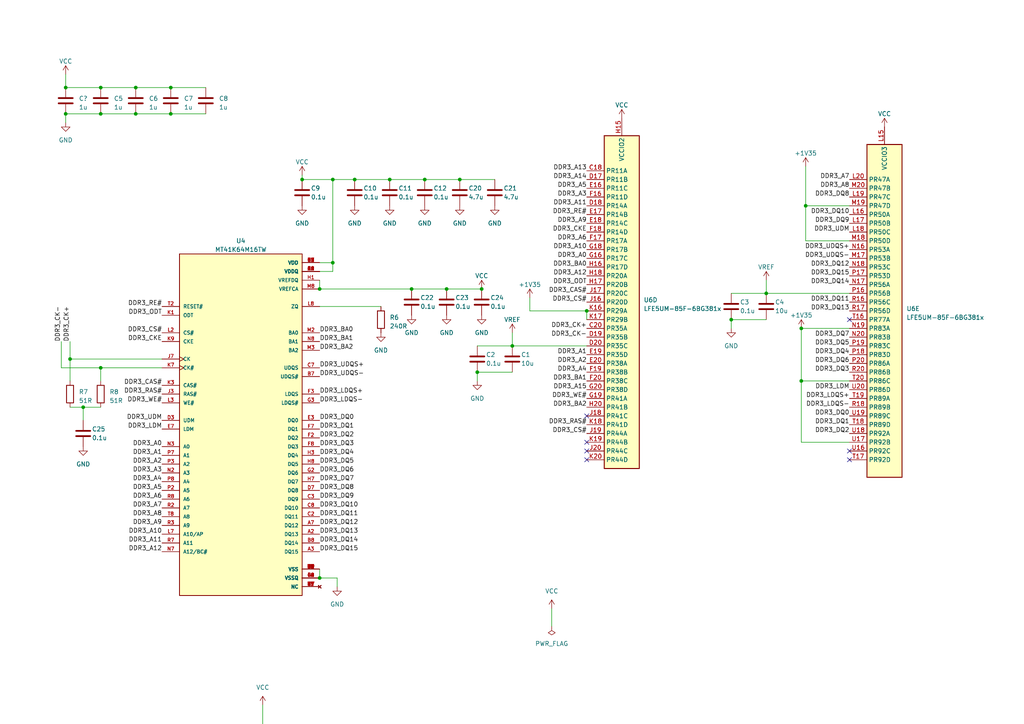
<source format=kicad_sch>
(kicad_sch (version 20221004) (generator eeschema)
  (paper "A4")
  (lib_symbols
    (symbol "Device:C" (pin_numbers hide) (pin_names (offset 0.254))
      (property "Reference" "C" (at 0.635 2.54 0))
      (property "Value" "C" (at 0.635 -2.54 0))
      (symbol "C_1_1"
        (pin passive line (at 0 3.81 270) (length 2.794) (name "~") (number "1"))
        (pin passive line (at 0 -3.81 90) (length 2.794) (name "~") (number "2"))
      )
    )
    (symbol "Device:R" (pin_numbers hide) (pin_names (offset 0))
      (property "Reference" "R" (at 2.032 0 90))
      (property "Value" "R" (at 0 0 90))
      (symbol "R_1_1"
        (pin passive line (at 0 3.81 270) (length 1.27) (name "~") (number "1"))
        (pin passive line (at 0 -3.81 90) (length 1.27) (name "~") (number "2"))
      )
    )
    (symbol "FPGA_Lattice:LFE5UM-85F-6BG381x"
      (property "Reference" "U" (at 24.13 16.51 0))
      (property "Value" "LFE5UM-85F-6BG381x" (at 24.13 13.97 0))
      (symbol "LFE5UM-85F-6BG381x_1_1"
        (pin passive line (at 0 -15.24 90) (length 5.08) hide (name "GND") (number "B14"))
        (pin passive line (at 0 -15.24 90) (length 5.08) hide (name "GND") (number "B7"))
        (pin power_in line (at 0 -15.24 90) (length 5.08) (name "GND") (number "C19"))
        (pin passive line (at 0 -15.24 90) (length 5.08) hide (name "GND") (number "D4"))
        (pin passive line (at 0 -15.24 90) (length 5.08) hide (name "GND") (number "F13"))
        (pin passive line (at 0 -15.24 90) (length 5.08) hide (name "GND") (number "F14"))
        (pin passive line (at 12.7 15.24 270) (length 5.08) hide (name "VCCAUX") (number "F15"))
        (pin passive line (at 12.7 15.24 270) (length 5.08) hide (name "VCCAUX") (number "F6"))
        (pin passive line (at 0 -15.24 90) (length 5.08) hide (name "GND") (number "F7"))
        (pin passive line (at 0 -15.24 90) (length 5.08) hide (name "GND") (number "F8"))
        (pin passive line (at 0 -15.24 90) (length 5.08) hide (name "GND") (number "G10"))
        (pin passive line (at 0 -15.24 90) (length 5.08) hide (name "GND") (number "G11"))
        (pin passive line (at 0 -15.24 90) (length 5.08) hide (name "GND") (number "G12"))
        (pin passive line (at 0 -15.24 90) (length 5.08) hide (name "GND") (number "G13"))
        (pin passive line (at 0 -15.24 90) (length 5.08) hide (name "GND") (number "G14"))
        (pin passive line (at 0 -15.24 90) (length 5.08) hide (name "GND") (number "G15"))
        (pin passive line (at 0 -15.24 90) (length 5.08) hide (name "GND") (number "G17"))
        (pin passive line (at 0 -15.24 90) (length 5.08) hide (name "GND") (number "G4"))
        (pin passive line (at 0 -15.24 90) (length 5.08) hide (name "GND") (number "G6"))
        (pin passive line (at 0 -15.24 90) (length 5.08) hide (name "GND") (number "G7"))
        (pin passive line (at 0 -15.24 90) (length 5.08) hide (name "GND") (number "G8"))
        (pin passive line (at 0 -15.24 90) (length 5.08) hide (name "GND") (number "G9"))
        (pin passive line (at 0 15.24 270) (length 5.08) hide (name "VCC") (number "H10"))
        (pin passive line (at 0 15.24 270) (length 5.08) hide (name "VCC") (number "H11"))
        (pin passive line (at 0 15.24 270) (length 5.08) hide (name "VCC") (number "H12"))
        (pin power_in line (at 0 15.24 270) (length 5.08) (name "VCC") (number "H13"))
        (pin passive line (at 0 -15.24 90) (length 5.08) hide (name "GND") (number "H19"))
        (pin passive line (at 0 15.24 270) (length 5.08) hide (name "VCC") (number "H8"))
        (pin passive line (at 0 15.24 270) (length 5.08) hide (name "VCC") (number "H9"))
        (pin passive line (at 0 -15.24 90) (length 5.08) hide (name "GND") (number "J10"))
        (pin passive line (at 0 -15.24 90) (length 5.08) hide (name "GND") (number "J11"))
        (pin passive line (at 0 -15.24 90) (length 5.08) hide (name "GND") (number "J12"))
        (pin passive line (at 0 15.24 270) (length 5.08) hide (name "VCC") (number "J13"))
        (pin passive line (at 0 -15.24 90) (length 5.08) hide (name "GND") (number "J14"))
        (pin passive line (at 0 -15.24 90) (length 5.08) hide (name "GND") (number "J2"))
        (pin passive line (at 0 -15.24 90) (length 5.08) hide (name "GND") (number "J7"))
        (pin passive line (at 0 15.24 270) (length 5.08) hide (name "VCC") (number "J8"))
        (pin passive line (at 0 -15.24 90) (length 5.08) hide (name "GND") (number "J9"))
        (pin passive line (at 0 -15.24 90) (length 5.08) hide (name "GND") (number "K10"))
        (pin passive line (at 0 -15.24 90) (length 5.08) hide (name "GND") (number "K11"))
        (pin passive line (at 0 -15.24 90) (length 5.08) hide (name "GND") (number "K12"))
        (pin passive line (at 0 15.24 270) (length 5.08) hide (name "VCC") (number "K13"))
        (pin passive line (at 0 -15.24 90) (length 5.08) hide (name "GND") (number "K14"))
        (pin passive line (at 0 -15.24 90) (length 5.08) hide (name "GND") (number "K15"))
        (pin passive line (at 0 -15.24 90) (length 5.08) hide (name "GND") (number "K6"))
        (pin passive line (at 0 -15.24 90) (length 5.08) hide (name "GND") (number "K7"))
        (pin passive line (at 0 15.24 270) (length 5.08) hide (name "VCC") (number "K8"))
        (pin passive line (at 0 -15.24 90) (length 5.08) hide (name "GND") (number "K9"))
        (pin passive line (at 0 -15.24 90) (length 5.08) hide (name "GND") (number "L10"))
        (pin passive line (at 0 -15.24 90) (length 5.08) hide (name "GND") (number "L11"))
        (pin passive line (at 0 -15.24 90) (length 5.08) hide (name "GND") (number "L12"))
        (pin passive line (at 0 15.24 270) (length 5.08) hide (name "VCC") (number "L13"))
        (pin passive line (at 0 15.24 270) (length 5.08) hide (name "VCC") (number "L8"))
        (pin passive line (at 0 -15.24 90) (length 5.08) hide (name "GND") (number "L9"))
        (pin passive line (at 0 -15.24 90) (length 5.08) hide (name "GND") (number "M10"))
        (pin passive line (at 0 -15.24 90) (length 5.08) hide (name "GND") (number "M11"))
        (pin passive line (at 0 -15.24 90) (length 5.08) hide (name "GND") (number "M12"))
        (pin passive line (at 0 15.24 270) (length 5.08) hide (name "VCC") (number "M13"))
        (pin passive line (at 0 -15.24 90) (length 5.08) hide (name "GND") (number "M14"))
        (pin passive line (at 0 -15.24 90) (length 5.08) hide (name "GND") (number "M16"))
        (pin passive line (at 0 -15.24 90) (length 5.08) hide (name "GND") (number "M2"))
        (pin passive line (at 0 -15.24 90) (length 5.08) hide (name "GND") (number "M7"))
        (pin passive line (at 0 15.24 270) (length 5.08) hide (name "VCC") (number "M8"))
        (pin passive line (at 0 -15.24 90) (length 5.08) hide (name "GND") (number "M9"))
        (pin passive line (at 0 15.24 270) (length 5.08) hide (name "VCC") (number "N10"))
        (pin passive line (at 0 15.24 270) (length 5.08) hide (name "VCC") (number "N11"))
        (pin passive line (at 0 15.24 270) (length 5.08) hide (name "VCC") (number "N12"))
        (pin passive line (at 0 15.24 270) (length 5.08) hide (name "VCC") (number "N13"))
        (pin passive line (at 0 -15.24 90) (length 5.08) hide (name "GND") (number "N14"))
        (pin passive line (at 0 -15.24 90) (length 5.08) hide (name "GND") (number "N15"))
        (pin passive line (at 0 -15.24 90) (length 5.08) hide (name "GND") (number "N6"))
        (pin passive line (at 0 -15.24 90) (length 5.08) hide (name "GND") (number "N7"))
        (pin passive line (at 0 15.24 270) (length 5.08) hide (name "VCC") (number "N8"))
        (pin passive line (at 0 15.24 270) (length 5.08) hide (name "VCC") (number "N9"))
        (pin passive line (at 0 -15.24 90) (length 5.08) hide (name "GND") (number "P11"))
        (pin passive line (at 0 -15.24 90) (length 5.08) hide (name "GND") (number "P12"))
        (pin passive line (at 0 -15.24 90) (length 5.08) hide (name "GND") (number "P13"))
        (pin passive line (at 0 -15.24 90) (length 5.08) hide (name "GND") (number "P14"))
        (pin power_in line (at 12.7 15.24 270) (length 5.08) (name "VCCAUX") (number "P15"))
        (pin passive line (at 12.7 15.24 270) (length 5.08) hide (name "VCCAUX") (number "P6"))
        (pin passive line (at 0 -15.24 90) (length 5.08) hide (name "GND") (number "P7"))
        (pin passive line (at 0 -15.24 90) (length 5.08) hide (name "GND") (number "P8"))
        (pin passive line (at 0 -15.24 90) (length 5.08) hide (name "GND") (number "R19"))
        (pin power_in line (at -15.24 15.24 270) (length 5.08) (name "VCCHTX1_D0CH1") (number "T10"))
        (pin power_in line (at -12.7 15.24 270) (length 5.08) (name "VCCHTX0_D1CH0") (number "T11"))
        (pin power_in line (at -10.16 15.24 270) (length 5.08) (name "VCCHRX0_D1CH0") (number "T12"))
        (pin power_in line (at -7.62 15.24 270) (length 5.08) (name "VCCHRX1_D1CH1") (number "T13"))
        (pin power_in line (at -5.08 15.24 270) (length 5.08) (name "VCCHTX1_D1CH1") (number "T14"))
        (pin power_in line (at 20.32 15.24 270) (length 5.08) (name "VCCA1") (number "T15"))
        (pin power_in line (at 17.78 15.24 270) (length 5.08) (name "VCCA0") (number "T6"))
        (pin power_in line (at -22.86 15.24 270) (length 5.08) (name "VCCHTX0_D0CH0") (number "T7"))
        (pin power_in line (at -20.32 15.24 270) (length 5.08) (name "VCCHRX0_D0CH0") (number "T8"))
        (pin power_in line (at -17.78 15.24 270) (length 5.08) (name "VCCHRX1_D0CH1") (number "T9"))
        (pin passive line (at 0 -15.24 90) (length 5.08) hide (name "GND") (number "U10"))
        (pin passive line (at 0 -15.24 90) (length 5.08) hide (name "GND") (number "U11"))
        (pin passive line (at 0 -15.24 90) (length 5.08) hide (name "GND") (number "U12"))
        (pin passive line (at 0 -15.24 90) (length 5.08) hide (name "GND") (number "U13"))
        (pin passive line (at 0 -15.24 90) (length 5.08) hide (name "GND") (number "U14"))
        (pin passive line (at 20.32 15.24 270) (length 5.08) hide (name "VCCA1") (number "U15"))
        (pin passive line (at 17.78 15.24 270) (length 5.08) hide (name "VCCA0") (number "U6"))
        (pin passive line (at 0 -15.24 90) (length 5.08) hide (name "GND") (number "U7"))
        (pin passive line (at 0 -15.24 90) (length 5.08) hide (name "GND") (number "U8"))
        (pin passive line (at 0 -15.24 90) (length 5.08) hide (name "GND") (number "U9"))
        (pin passive line (at 5.08 15.24 270) (length 5.08) hide (name "VCCAUXA0") (number "V10"))
        (pin power_in line (at 5.08 15.24 270) (length 5.08) (name "VCCAUXA0") (number "V11"))
        (pin passive line (at 0 -15.24 90) (length 5.08) hide (name "GND") (number "V12"))
        (pin passive line (at 0 -15.24 90) (length 5.08) hide (name "GND") (number "V13"))
        (pin passive line (at 0 -15.24 90) (length 5.08) hide (name "GND") (number "V14"))
        (pin passive line (at 0 -15.24 90) (length 5.08) hide (name "GND") (number "V15"))
        (pin passive line (at 0 -15.24 90) (length 5.08) hide (name "GND") (number "V16"))
        (pin passive line (at 7.62 15.24 270) (length 5.08) hide (name "VCCAUXA1") (number "V17"))
        (pin power_in line (at 7.62 15.24 270) (length 5.08) (name "VCCAUXA1") (number "V18"))
        (pin passive line (at 0 -15.24 90) (length 5.08) hide (name "GND") (number "V19"))
        (pin passive line (at 0 -15.24 90) (length 5.08) hide (name "GND") (number "V20"))
        (pin passive line (at 0 -15.24 90) (length 5.08) hide (name "GND") (number "V5"))
        (pin passive line (at 0 -15.24 90) (length 5.08) hide (name "GND") (number "V6"))
        (pin passive line (at 0 -15.24 90) (length 5.08) hide (name "GND") (number "V7"))
        (pin passive line (at 0 -15.24 90) (length 5.08) hide (name "GND") (number "V8"))
        (pin passive line (at 0 -15.24 90) (length 5.08) hide (name "GND") (number "V9"))
        (pin passive line (at 0 -15.24 90) (length 5.08) hide (name "GND") (number "W12"))
        (pin passive line (at 0 -15.24 90) (length 5.08) hide (name "GND") (number "W15"))
        (pin passive line (at 0 -15.24 90) (length 5.08) hide (name "GND") (number "W16"))
        (pin passive line (at 0 -15.24 90) (length 5.08) hide (name "GND") (number "W19"))
        (pin passive line (at 0 -15.24 90) (length 5.08) hide (name "GND") (number "W6"))
        (pin passive line (at 0 -15.24 90) (length 5.08) hide (name "GND") (number "W7"))
      )
      (symbol "LFE5UM-85F-6BG381x_2_1"
        (pin bidirectional line (at -10.16 -27.94 0) (length 5.08) (name "PT63A") (number "A10"))
        (pin bidirectional line (at -10.16 -30.48 0) (length 5.08) (name "PT63B") (number "A11"))
        (pin bidirectional line (at -10.16 30.48 0) (length 5.08) (name "PT4A") (number "A6"))
        (pin bidirectional line (at -10.16 0 0) (length 5.08) (name "PT18A") (number "A7"))
        (pin bidirectional line (at -10.16 -2.54 0) (length 5.08) (name "PT18B") (number "A8"))
        (pin bidirectional line (at -10.16 -22.86 0) (length 5.08) (name "PT60A") (number "A9"))
        (pin bidirectional line (at -10.16 -25.4 0) (length 5.08) (name "PT60B") (number "B10"))
        (pin bidirectional line (at -10.16 -33.02 0) (length 5.08) (name "PT65A") (number "B11"))
        (pin bidirectional line (at -10.16 27.94 0) (length 5.08) (name "PT4B") (number "B6"))
        (pin bidirectional line (at -10.16 2.54 0) (length 5.08) (name "PT15B") (number "B8"))
        (pin bidirectional line (at -10.16 -17.78 0) (length 5.08) (name "PT58A") (number "B9"))
        (pin bidirectional line (at -10.16 -20.32 0) (length 5.08) (name "PT58B") (number "C10"))
        (pin bidirectional line (at -10.16 -35.56 0) (length 5.08) (name "PT65B") (number "C11"))
        (pin bidirectional line (at -10.16 15.24 0) (length 5.08) (name "PT11A") (number "C6"))
        (pin bidirectional line (at -10.16 12.7 0) (length 5.08) (name "PT11B") (number "C7"))
        (pin bidirectional line (at -10.16 5.08 0) (length 5.08) (name "PT15A") (number "C8"))
        (pin bidirectional line (at -10.16 -10.16 0) (length 5.08) (name "PT54A") (number "C9"))
        (pin bidirectional line (at -10.16 -12.7 0) (length 5.08) (name "PT56A") (number "D10"))
        (pin bidirectional line (at -10.16 22.86 0) (length 5.08) (name "PT6B") (number "D6"))
        (pin bidirectional line (at -10.16 17.78 0) (length 5.08) (name "PT9B") (number "D7"))
        (pin bidirectional line (at -10.16 7.62 0) (length 5.08) (name "PT13B") (number "D8"))
        (pin bidirectional line (at -10.16 -5.08 0) (length 5.08) (name "PT20A") (number "D9"))
        (pin bidirectional line (at -10.16 -15.24 0) (length 5.08) (name "PT56B") (number "E10"))
        (pin bidirectional line (at -10.16 25.4 0) (length 5.08) (name "PT6A") (number "E6"))
        (pin bidirectional line (at -10.16 20.32 0) (length 5.08) (name "PT9A") (number "E7"))
        (pin bidirectional line (at -10.16 10.16 0) (length 5.08) (name "PT13A") (number "E8"))
        (pin bidirectional line (at -10.16 -7.62 0) (length 5.08) (name "PT20B") (number "E9"))
        (pin power_in line (at 0 45.72 270) (length 5.08) (name "VCCIO0") (number "F10"))
        (pin passive line (at 0 45.72 270) (length 5.08) hide (name "VCCIO0") (number "F9"))
      )
      (symbol "LFE5UM-85F-6BG381x_3_1"
        (pin bidirectional line (at -10.16 22.86 0) (length 5.08) (name "PT76A") (number "A12"))
        (pin bidirectional line (at -10.16 20.32 0) (length 5.08) (name "PT76B") (number "A13"))
        (pin bidirectional line (at -10.16 7.62 0) (length 5.08) (name "PT83A") (number "A14"))
        (pin bidirectional line (at -10.16 -2.54 0) (length 5.08) (name "PT103A") (number "A15"))
        (pin bidirectional line (at -10.16 -15.24 0) (length 5.08) (name "PT110A") (number "A16"))
        (pin bidirectional line (at -10.16 -30.48 0) (length 5.08) (name "PT116A") (number "A17"))
        (pin bidirectional line (at -10.16 -35.56 0) (length 5.08) (name "PT119A") (number "A18"))
        (pin bidirectional line (at -10.16 -40.64 0) (length 5.08) (name "PT121A") (number "A19"))
        (pin bidirectional line (at -10.16 33.02 0) (length 5.08) (name "PT71A") (number "B12"))
        (pin bidirectional line (at -10.16 17.78 0) (length 5.08) (name "PT78A") (number "B13"))
        (pin bidirectional line (at -10.16 -5.08 0) (length 5.08) (name "PT105A") (number "B15"))
        (pin bidirectional line (at -10.16 -17.78 0) (length 5.08) (name "PT110B") (number "B16"))
        (pin bidirectional line (at -10.16 -25.4 0) (length 5.08) (name "PT114A") (number "B17"))
        (pin bidirectional line (at -10.16 -33.02 0) (length 5.08) (name "PT116B") (number "B18"))
        (pin bidirectional line (at -10.16 -38.1 0) (length 5.08) (name "PT119B") (number "B19"))
        (pin bidirectional line (at -10.16 -43.18 0) (length 5.08) (name "PT121B") (number "B20"))
        (pin bidirectional line (at -10.16 30.48 0) (length 5.08) (name "PT71B") (number "C12"))
        (pin bidirectional line (at -10.16 15.24 0) (length 5.08) (name "PT78B") (number "C13"))
        (pin bidirectional line (at -10.16 5.08 0) (length 5.08) (name "PT83B") (number "C14"))
        (pin bidirectional line (at -10.16 -7.62 0) (length 5.08) (name "PT105B") (number "C15"))
        (pin bidirectional line (at -10.16 -20.32 0) (length 5.08) (name "PT112A") (number "C16"))
        (pin bidirectional line (at -10.16 -27.94 0) (length 5.08) (name "PT114B") (number "C17"))
        (pin bidirectional line (at -10.16 38.1 0) (length 5.08) (name "PT69A") (number "D11"))
        (pin bidirectional line (at -10.16 27.94 0) (length 5.08) (name "PT74A") (number "D12"))
        (pin bidirectional line (at -10.16 12.7 0) (length 5.08) (name "PT80A") (number "D13"))
        (pin bidirectional line (at -10.16 2.54 0) (length 5.08) (name "PT85A") (number "D14"))
        (pin bidirectional line (at -10.16 -10.16 0) (length 5.08) (name "PT107A") (number "D15"))
        (pin bidirectional line (at -10.16 -22.86 0) (length 5.08) (name "PT112B") (number "D16"))
        (pin bidirectional line (at -10.16 35.56 0) (length 5.08) (name "PT69B") (number "E11"))
        (pin bidirectional line (at -10.16 25.4 0) (length 5.08) (name "PT74B") (number "E12"))
        (pin bidirectional line (at -10.16 10.16 0) (length 5.08) (name "PT80B") (number "E13"))
        (pin bidirectional line (at -10.16 0 0) (length 5.08) (name "PT85B") (number "E14"))
        (pin bidirectional line (at -10.16 -12.7 0) (length 5.08) (name "PT107B") (number "E15"))
        (pin passive line (at 0 53.34 270) (length 5.08) hide (name "VCCIO1") (number "F11"))
        (pin power_in line (at 0 53.34 270) (length 5.08) (name "VCCIO1") (number "F12"))
      )
      (symbol "LFE5UM-85F-6BG381x_4_1"
        (pin bidirectional line (at -10.16 38.1 0) (length 5.08) (name "PR11A") (number "C18"))
        (pin bidirectional line (at -10.16 -7.62 0) (length 5.08) (name "PR35A") (number "C20"))
        (pin bidirectional line (at -10.16 35.56 0) (length 5.08) (name "PR11B") (number "D17"))
        (pin bidirectional line (at -10.16 27.94 0) (length 5.08) (name "PR14A") (number "D18"))
        (pin bidirectional line (at -10.16 -10.16 0) (length 5.08) (name "PR35B") (number "D19"))
        (pin bidirectional line (at -10.16 -12.7 0) (length 5.08) (name "PR35C") (number "D20"))
        (pin bidirectional line (at -10.16 33.02 0) (length 5.08) (name "PR11C") (number "E16"))
        (pin bidirectional line (at -10.16 25.4 0) (length 5.08) (name "PR14B") (number "E17"))
        (pin bidirectional line (at -10.16 22.86 0) (length 5.08) (name "PR14C") (number "E18"))
        (pin bidirectional line (at -10.16 -15.24 0) (length 5.08) (name "PR35D") (number "E19"))
        (pin bidirectional line (at -10.16 -17.78 0) (length 5.08) (name "PR38A") (number "E20"))
        (pin bidirectional line (at -10.16 30.48 0) (length 5.08) (name "PR11D") (number "F16"))
        (pin bidirectional line (at -10.16 17.78 0) (length 5.08) (name "PR17A") (number "F17"))
        (pin bidirectional line (at -10.16 20.32 0) (length 5.08) (name "PR14D") (number "F18"))
        (pin bidirectional line (at -10.16 -20.32 0) (length 5.08) (name "PR38B") (number "F19"))
        (pin bidirectional line (at -10.16 -22.86 0) (length 5.08) (name "PR38C") (number "F20"))
        (pin bidirectional line (at -10.16 12.7 0) (length 5.08) (name "PR17C") (number "G16"))
        (pin bidirectional line (at -10.16 15.24 0) (length 5.08) (name "PR17B") (number "G18"))
        (pin bidirectional line (at -10.16 -27.94 0) (length 5.08) (name "PR41A") (number "G19"))
        (pin bidirectional line (at -10.16 -25.4 0) (length 5.08) (name "PR38D") (number "G20"))
        (pin passive line (at 0 53.34 270) (length 5.08) hide (name "VCCIO2") (number "H14"))
        (pin power_in line (at 0 53.34 270) (length 5.08) (name "VCCIO2") (number "H15"))
        (pin bidirectional line (at -10.16 10.16 0) (length 5.08) (name "PR17D") (number "H16"))
        (pin bidirectional line (at -10.16 5.08 0) (length 5.08) (name "PR20B") (number "H17"))
        (pin bidirectional line (at -10.16 7.62 0) (length 5.08) (name "PR20A") (number "H18"))
        (pin bidirectional line (at -10.16 -30.48 0) (length 5.08) (name "PR41B") (number "H20"))
        (pin passive line (at 0 53.34 270) (length 5.08) hide (name "VCCIO2") (number "J15"))
        (pin bidirectional line (at -10.16 0 0) (length 5.08) (name "PR20D") (number "J16"))
        (pin bidirectional line (at -10.16 2.54 0) (length 5.08) (name "PR20C") (number "J17"))
        (pin bidirectional line (at -10.16 -33.02 0) (length 5.08) (name "PR41C") (number "J18"))
        (pin bidirectional line (at -10.16 -38.1 0) (length 5.08) (name "PR44A") (number "J19"))
        (pin bidirectional line (at -10.16 -43.18 0) (length 5.08) (name "PR44C") (number "J20"))
        (pin bidirectional line (at -10.16 -2.54 0) (length 5.08) (name "PR29A") (number "K16"))
        (pin bidirectional line (at -10.16 -5.08 0) (length 5.08) (name "PR29B") (number "K17"))
        (pin bidirectional line (at -10.16 -35.56 0) (length 5.08) (name "PR41D") (number "K18"))
        (pin bidirectional line (at -10.16 -40.64 0) (length 5.08) (name "PR44B") (number "K19"))
        (pin bidirectional line (at -10.16 -45.72 0) (length 5.08) (name "PR44D") (number "K20"))
      )
      (symbol "LFE5UM-85F-6BG381x_5_1"
        (pin passive line (at 0 53.34 270) (length 5.08) hide (name "VCCIO3") (number "L14"))
        (pin power_in line (at 0 53.34 270) (length 5.08) (name "VCCIO3") (number "L15"))
        (pin bidirectional line (at -10.16 27.94 0) (length 5.08) (name "PR50A") (number "L16"))
        (pin bidirectional line (at -10.16 25.4 0) (length 5.08) (name "PR50B") (number "L17"))
        (pin bidirectional line (at -10.16 22.86 0) (length 5.08) (name "PR50C") (number "L18"))
        (pin bidirectional line (at -10.16 33.02 0) (length 5.08) (name "PR47C") (number "L19"))
        (pin bidirectional line (at -10.16 38.1 0) (length 5.08) (name "PR47A") (number "L20"))
        (pin passive line (at 0 53.34 270) (length 5.08) hide (name "VCCIO3") (number "M15"))
        (pin bidirectional line (at -10.16 15.24 0) (length 5.08) (name "PR53B") (number "M17"))
        (pin bidirectional line (at -10.16 20.32 0) (length 5.08) (name "PR50D") (number "M18"))
        (pin bidirectional line (at -10.16 30.48 0) (length 5.08) (name "PR47D") (number "M19"))
        (pin bidirectional line (at -10.16 35.56 0) (length 5.08) (name "PR47B") (number "M20"))
        (pin bidirectional line (at -10.16 17.78 0) (length 5.08) (name "PR53A") (number "N16"))
        (pin bidirectional line (at -10.16 7.62 0) (length 5.08) (name "PR56A") (number "N17"))
        (pin bidirectional line (at -10.16 12.7 0) (length 5.08) (name "PR53C") (number "N18"))
        (pin bidirectional line (at -10.16 -5.08 0) (length 5.08) (name "PR83A") (number "N19"))
        (pin bidirectional line (at -10.16 -7.62 0) (length 5.08) (name "PR83B") (number "N20"))
        (pin bidirectional line (at -10.16 5.08 0) (length 5.08) (name "PR56B") (number "P16"))
        (pin bidirectional line (at -10.16 10.16 0) (length 5.08) (name "PR53D") (number "P17"))
        (pin bidirectional line (at -10.16 -12.7 0) (length 5.08) (name "PR83D") (number "P18"))
        (pin bidirectional line (at -10.16 -10.16 0) (length 5.08) (name "PR83C") (number "P19"))
        (pin bidirectional line (at -10.16 -15.24 0) (length 5.08) (name "PR86A") (number "P20"))
        (pin bidirectional line (at -10.16 2.54 0) (length 5.08) (name "PR56C") (number "R16"))
        (pin bidirectional line (at -10.16 0 0) (length 5.08) (name "PR56D") (number "R17"))
        (pin bidirectional line (at -10.16 -27.94 0) (length 5.08) (name "PR89B") (number "R18"))
        (pin bidirectional line (at -10.16 -17.78 0) (length 5.08) (name "PR86B") (number "R20"))
        (pin bidirectional line (at -10.16 -2.54 0) (length 5.08) (name "PR77A") (number "T16"))
        (pin bidirectional line (at -10.16 -43.18 0) (length 5.08) (name "PR92D") (number "T17"))
        (pin bidirectional line (at -10.16 -33.02 0) (length 5.08) (name "PR89D") (number "T18"))
        (pin bidirectional line (at -10.16 -25.4 0) (length 5.08) (name "PR89A") (number "T19"))
        (pin bidirectional line (at -10.16 -20.32 0) (length 5.08) (name "PR86C") (number "T20"))
        (pin bidirectional line (at -10.16 -40.64 0) (length 5.08) (name "PR92C") (number "U16"))
        (pin bidirectional line (at -10.16 -38.1 0) (length 5.08) (name "PR92B") (number "U17"))
        (pin bidirectional line (at -10.16 -35.56 0) (length 5.08) (name "PR92A") (number "U18"))
        (pin bidirectional line (at -10.16 -30.48 0) (length 5.08) (name "PR89C") (number "U19"))
        (pin bidirectional line (at -10.16 -22.86 0) (length 5.08) (name "PR86D") (number "U20"))
      )
      (symbol "LFE5UM-85F-6BG381x_6_1"
        (pin bidirectional line (at -10.16 35.56 0) (length 5.08) (name "PL47B") (number "F1"))
        (pin bidirectional line (at -10.16 30.48 0) (length 5.08) (name "PL47D") (number "G1"))
        (pin bidirectional line (at -10.16 38.1 0) (length 5.08) (name "PL47A") (number "G2"))
        (pin bidirectional line (at -10.16 12.7 0) (length 5.08) (name "PL53C") (number "H1"))
        (pin bidirectional line (at -10.16 33.02 0) (length 5.08) (name "PL47C") (number "H2"))
        (pin bidirectional line (at -10.16 15.24 0) (length 5.08) (name "PL53B") (number "J1"))
        (pin bidirectional line (at -10.16 22.86 0) (length 5.08) (name "PL50C") (number "J3"))
        (pin bidirectional line (at -10.16 27.94 0) (length 5.08) (name "PL50A") (number "J4"))
        (pin bidirectional line (at -10.16 25.4 0) (length 5.08) (name "PL50B") (number "J5"))
        (pin bidirectional line (at -10.16 10.16 0) (length 5.08) (name "PL53D") (number "K1"))
        (pin bidirectional line (at -10.16 17.78 0) (length 5.08) (name "PL53A") (number "K2"))
        (pin bidirectional line (at -10.16 20.32 0) (length 5.08) (name "PL50D") (number "K3"))
        (pin bidirectional line (at -10.16 7.62 0) (length 5.08) (name "PL56A") (number "K4"))
        (pin bidirectional line (at -10.16 5.08 0) (length 5.08) (name "PL56B") (number "K5"))
        (pin bidirectional line (at -10.16 -30.48 0) (length 5.08) (name "PL89C") (number "L1"))
        (pin bidirectional line (at -10.16 -22.86 0) (length 5.08) (name "PL86D") (number "L2"))
        (pin bidirectional line (at -10.16 -20.32 0) (length 5.08) (name "PL86C") (number "L3"))
        (pin bidirectional line (at -10.16 2.54 0) (length 5.08) (name "PL56C") (number "L4"))
        (pin bidirectional line (at -10.16 0 0) (length 5.08) (name "PL56D") (number "L5"))
        (pin passive line (at 0 53.34 270) (length 5.08) hide (name "VCCIO6") (number "L6"))
        (pin power_in line (at 0 53.34 270) (length 5.08) (name "VCCIO6") (number "L7"))
        (pin bidirectional line (at -10.16 -27.94 0) (length 5.08) (name "PL89B") (number "M1"))
        (pin bidirectional line (at -10.16 -17.78 0) (length 5.08) (name "PL86B") (number "M3"))
        (pin bidirectional line (at -10.16 -5.08 0) (length 5.08) (name "PL83A") (number "M4"))
        (pin bidirectional line (at -10.16 -2.54 0) (length 5.08) (name "PL77A") (number "M5"))
        (pin passive line (at 0 53.34 270) (length 5.08) hide (name "VCCIO6") (number "M6"))
        (pin bidirectional line (at -10.16 -33.02 0) (length 5.08) (name "PL89D") (number "N1"))
        (pin bidirectional line (at -10.16 -25.4 0) (length 5.08) (name "PL89A") (number "N2"))
        (pin bidirectional line (at -10.16 -15.24 0) (length 5.08) (name "PL86A") (number "N3"))
        (pin bidirectional line (at -10.16 -10.16 0) (length 5.08) (name "PL83C") (number "N4"))
        (pin bidirectional line (at -10.16 -7.62 0) (length 5.08) (name "PL83B") (number "N5"))
        (pin bidirectional line (at -10.16 -35.56 0) (length 5.08) (name "PL92A") (number "P1"))
        (pin bidirectional line (at -10.16 -38.1 0) (length 5.08) (name "PL92B") (number "P2"))
        (pin bidirectional line (at -10.16 -40.64 0) (length 5.08) (name "PL92C") (number "P3"))
        (pin bidirectional line (at -10.16 -43.18 0) (length 5.08) (name "PL92D") (number "P4"))
        (pin bidirectional line (at -10.16 -12.7 0) (length 5.08) (name "PL83D") (number "P5"))
      )
      (symbol "LFE5UM-85F-6BG381x_7_1"
        (pin bidirectional line (at -10.16 -5.08 0) (length 5.08) (name "PL35A") (number "A2"))
        (pin bidirectional line (at -10.16 20.32 0) (length 5.08) (name "PL14C") (number "A3"))
        (pin bidirectional line (at -10.16 35.56 0) (length 5.08) (name "PL11A") (number "A4"))
        (pin bidirectional line (at -10.16 33.02 0) (length 5.08) (name "PL11B") (number "A5"))
        (pin bidirectional line (at -10.16 -7.62 0) (length 5.08) (name "PL35B") (number "B1"))
        (pin bidirectional line (at -10.16 -10.16 0) (length 5.08) (name "PL35C") (number "B2"))
        (pin bidirectional line (at -10.16 17.78 0) (length 5.08) (name "PL14D") (number "B3"))
        (pin bidirectional line (at -10.16 22.86 0) (length 5.08) (name "PL14B") (number "B4"))
        (pin bidirectional line (at -10.16 30.48 0) (length 5.08) (name "PL11C") (number "B5"))
        (pin bidirectional line (at -10.16 -15.24 0) (length 5.08) (name "PL38A") (number "C1"))
        (pin bidirectional line (at -10.16 -12.7 0) (length 5.08) (name "PL35D") (number "C2"))
        (pin bidirectional line (at -10.16 10.16 0) (length 5.08) (name "PL17C") (number "C3"))
        (pin bidirectional line (at -10.16 25.4 0) (length 5.08) (name "PL14A") (number "C4"))
        (pin bidirectional line (at -10.16 27.94 0) (length 5.08) (name "PL11D") (number "C5"))
        (pin bidirectional line (at -10.16 -17.78 0) (length 5.08) (name "PL38B") (number "D1"))
        (pin bidirectional line (at -10.16 -20.32 0) (length 5.08) (name "PL38C") (number "D2"))
        (pin bidirectional line (at -10.16 7.62 0) (length 5.08) (name "PL17D") (number "D3"))
        (pin bidirectional line (at -10.16 12.7 0) (length 5.08) (name "PL17B") (number "D5"))
        (pin bidirectional line (at -10.16 -22.86 0) (length 5.08) (name "PL38D") (number "E1"))
        (pin bidirectional line (at -10.16 -43.18 0) (length 5.08) (name "PL44D") (number "E2"))
        (pin bidirectional line (at -10.16 2.54 0) (length 5.08) (name "PL20B") (number "E3"))
        (pin bidirectional line (at -10.16 15.24 0) (length 5.08) (name "PL17A") (number "E4"))
        (pin bidirectional line (at -10.16 0 0) (length 5.08) (name "PL20C") (number "E5"))
        (pin bidirectional line (at -10.16 -40.64 0) (length 5.08) (name "PL44C") (number "F2"))
        (pin bidirectional line (at -10.16 -38.1 0) (length 5.08) (name "PL44B") (number "F3"))
        (pin bidirectional line (at -10.16 5.08 0) (length 5.08) (name "PL20A") (number "F4"))
        (pin bidirectional line (at -10.16 -2.54 0) (length 5.08) (name "PL20D") (number "F5"))
        (pin bidirectional line (at -10.16 -35.56 0) (length 5.08) (name "PL44A") (number "G3"))
        (pin bidirectional line (at -10.16 -27.94 0) (length 5.08) (name "PL41B") (number "G5"))
        (pin bidirectional line (at -10.16 -33.02 0) (length 5.08) (name "PL41D") (number "H3"))
        (pin bidirectional line (at -10.16 -25.4 0) (length 5.08) (name "PL41A") (number "H4"))
        (pin bidirectional line (at -10.16 -30.48 0) (length 5.08) (name "PL41C") (number "H5"))
        (pin passive line (at 0 50.8 270) (length 5.08) hide (name "VCCIO7") (number "H6"))
        (pin power_in line (at 0 50.8 270) (length 5.08) (name "VCCIO7") (number "H7"))
        (pin passive line (at 0 50.8 270) (length 5.08) hide (name "VCCIO7") (number "J6"))
      )
      (symbol "LFE5UM-85F-6BG381x_8_1"
        (pin power_in line (at 0 27.94 270) (length 5.08) (name "VCCIO8") (number "P10"))
        (pin passive line (at 0 27.94 270) (length 5.08) hide (name "VCCIO8") (number "P9"))
        (pin bidirectional line (at -10.16 12.7 0) (length 5.08) (name "PB4A") (number "R1"))
        (pin bidirectional line (at -10.16 -12.7 0) (length 5.08) (name "PB15A") (number "R2"))
        (pin bidirectional line (at -10.16 -15.24 0) (length 5.08) (name "PB15B") (number "R3"))
        (pin bidirectional line (at -10.16 10.16 0) (length 5.08) (name "PB4B") (number "T1"))
        (pin bidirectional line (at -10.16 -7.62 0) (length 5.08) (name "PB13A") (number "T2"))
        (pin bidirectional line (at -10.16 -17.78 0) (length 5.08) (name "PB18A") (number "T3"))
        (pin bidirectional line (at -10.16 7.62 0) (length 5.08) (name "PB6A") (number "U1"))
        (pin bidirectional line (at -10.16 -10.16 0) (length 5.08) (name "PB13B") (number "U2"))
        (pin bidirectional line (at -10.16 5.08 0) (length 5.08) (name "PB6B") (number "V1"))
        (pin bidirectional line (at -10.16 -2.54 0) (length 5.08) (name "PB11A") (number "V2"))
        (pin bidirectional line (at -10.16 2.54 0) (length 5.08) (name "PB9A") (number "W1"))
        (pin bidirectional line (at -10.16 -5.08 0) (length 5.08) (name "PB11B") (number "W2"))
        (pin bidirectional line (at -10.16 0 0) (length 5.08) (name "PB9B") (number "Y2"))
      )
      (symbol "LFE5UM-85F-6BG381x_9_1"
        (pin input line (at -15.24 -10.16 0) (length 5.08) (name "CFG_2") (number "R4"))
        (pin input line (at 15.24 5.08 180) (length 5.08) (name "TDI") (number "R5"))
        (pin input line (at -15.24 -7.62 0) (length 5.08) (name "CFG_1") (number "T4"))
        (pin input line (at 15.24 7.62 180) (length 5.08) (name "TCK") (number "T5"))
        (pin bidirectional line (at -15.24 10.16 0) (length 5.08) (name "CCLK") (number "U3"))
        (pin input line (at -15.24 -5.08 0) (length 5.08) (name "CFG_0") (number "U4"))
        (pin input line (at 15.24 2.54 180) (length 5.08) (name "TMS") (number "U5"))
        (pin open_collector line (at -15.24 2.54 0) (length 5.08) (name "~{INIT}") (number "V3"))
        (pin output line (at 15.24 10.16 180) (length 5.08) (name "TDO") (number "V4"))
        (pin no_connect line (at 10.16 -2.54 180) (length 5.08) hide (name "RESERVED") (number "W10"))
        (pin no_connect line (at 10.16 -5.08 180) (length 5.08) hide (name "RESERVED") (number "W11"))
        (pin input line (at -15.24 5.08 0) (length 5.08) (name "~{PROGRAM}") (number "W3"))
        (pin open_collector line (at -15.24 0 0) (length 5.08) (name "DONE") (number "Y3"))
      )
      (symbol "LFE5UM-85F-6BG381x_10_1"
        (pin output line (at -15.24 15.24 0) (length 5.08) (name "HDTXP0_D0CH0") (number "W4"))
        (pin output line (at -15.24 12.7 0) (length 5.08) (name "HDTXN0_D0CH0") (number "W5"))
        (pin output line (at -15.24 2.54 0) (length 5.08) (name "HDTXP0_D0CH1") (number "W8"))
        (pin output line (at -15.24 0 0) (length 5.08) (name "HDTXN0_D0CH1") (number "W9"))
        (pin input line (at -15.24 -10.16 0) (length 5.08) (name "REFCLKP_D0") (number "Y11"))
        (pin input line (at -15.24 -12.7 0) (length 5.08) (name "REFCLKN_D0") (number "Y12"))
        (pin input line (at -15.24 10.16 0) (length 5.08) (name "HDRXP0_D0CH0") (number "Y5"))
        (pin input line (at -15.24 7.62 0) (length 5.08) (name "HDRXN0_D0CH0") (number "Y6"))
        (pin input line (at -15.24 -2.54 0) (length 5.08) (name "HDRXP0_D0CH1") (number "Y7"))
        (pin input line (at -15.24 -5.08 0) (length 5.08) (name "HDRXN0_D0CH1") (number "Y8"))
      )
      (symbol "LFE5UM-85F-6BG381x_11_1"
        (pin output line (at -15.24 15.24 0) (length 5.08) (name "HDTXP0_D1CH0") (number "W13"))
        (pin output line (at -15.24 12.7 0) (length 5.08) (name "HDTXN0_D1CH0") (number "W14"))
        (pin output line (at -15.24 2.54 0) (length 5.08) (name "HDTXP0_D1CH1") (number "W17"))
        (pin output line (at -15.24 0 0) (length 5.08) (name "HDTXN0_D1CH1") (number "W18"))
        (pin input line (at -15.24 -12.7 0) (length 5.08) (name "REFCLKN_D1") (number "W20"))
        (pin input line (at -15.24 10.16 0) (length 5.08) (name "HDRXP0_D1CH0") (number "Y14"))
        (pin input line (at -15.24 7.62 0) (length 5.08) (name "HDRXN0_D1CH0") (number "Y15"))
        (pin input line (at -15.24 -2.54 0) (length 5.08) (name "HDRXP0_D1CH1") (number "Y16"))
        (pin input line (at -15.24 -5.08 0) (length 5.08) (name "HDRXN0_D1CH1") (number "Y17"))
        (pin input line (at -15.24 -10.16 0) (length 5.08) (name "REFCLKP_D1") (number "Y19"))
      )
    )
    (symbol "MT41K64M16TW1:MT41K64M16TW" (pin_names (offset 1.016))
      (property "Reference" "U" (at -17.78 52.07 0))
      (property "Value" "MT41K64M16TW" (at -17.78 -49.53 0))
      (symbol "MT41K64M16TW_0_0"
        (pin power_in line (at 22.86 45.72 180) (length 5.08) (name "VDDQ") (number "A1"))
        (pin bidirectional line (at 22.86 -30.48 180) (length 5.08) (name "DQ13") (number "A2"))
        (pin bidirectional line (at 22.86 -35.56 180) (length 5.08) (name "DQ15") (number "A3"))
        (pin bidirectional line (at 22.86 -27.94 180) (length 5.08) (name "DQ12") (number "A7"))
        (pin power_in line (at 22.86 45.72 180) (length 5.08) (name "VDDQ") (number "A8"))
        (pin power_in line (at 22.86 -40.64 180) (length 5.08) (name "VSS") (number "A9"))
        (pin power_in line (at 22.86 -43.18 180) (length 5.08) (name "VSSQ") (number "B1"))
        (pin power_in line (at 22.86 48.26 180) (length 5.08) (name "VDD") (number "B2"))
        (pin power_in line (at 22.86 -40.64 180) (length 5.08) (name "VSS") (number "B3"))
        (pin bidirectional line (at 22.86 15.24 180) (length 5.08) (name "UDQS#") (number "B7"))
        (pin bidirectional line (at 22.86 -33.02 180) (length 5.08) (name "DQ14") (number "B8"))
        (pin power_in line (at 22.86 -43.18 180) (length 5.08) (name "VSSQ") (number "B9"))
        (pin power_in line (at 22.86 45.72 180) (length 5.08) (name "VDDQ") (number "C1"))
        (pin bidirectional line (at 22.86 -25.4 180) (length 5.08) (name "DQ11") (number "C2"))
        (pin bidirectional line (at 22.86 -20.32 180) (length 5.08) (name "DQ9") (number "C3"))
        (pin bidirectional line (at 22.86 17.78 180) (length 5.08) (name "UDQS") (number "C7"))
        (pin bidirectional line (at 22.86 -22.86 180) (length 5.08) (name "DQ10") (number "C8"))
        (pin power_in line (at 22.86 45.72 180) (length 5.08) (name "VDDQ") (number "C9"))
        (pin power_in line (at 22.86 -43.18 180) (length 5.08) (name "VSSQ") (number "D1"))
        (pin power_in line (at 22.86 45.72 180) (length 5.08) (name "VDDQ") (number "D2"))
        (pin input line (at -22.86 2.54 0) (length 5.08) (name "UDM") (number "D3"))
        (pin bidirectional line (at 22.86 -17.78 180) (length 5.08) (name "DQ8") (number "D7"))
        (pin power_in line (at 22.86 -43.18 180) (length 5.08) (name "VSSQ") (number "D8"))
        (pin power_in line (at 22.86 48.26 180) (length 5.08) (name "VDD") (number "D9"))
        (pin power_in line (at 22.86 -40.64 180) (length 5.08) (name "VSS") (number "E1"))
        (pin power_in line (at 22.86 -43.18 180) (length 5.08) (name "VSSQ") (number "E2"))
        (pin bidirectional line (at 22.86 2.54 180) (length 5.08) (name "DQ0") (number "E3"))
        (pin input line (at -22.86 0 0) (length 5.08) (name "LDM") (number "E7"))
        (pin power_in line (at 22.86 -43.18 180) (length 5.08) (name "VSSQ") (number "E8"))
        (pin power_in line (at 22.86 45.72 180) (length 5.08) (name "VDDQ") (number "E9"))
        (pin power_in line (at 22.86 45.72 180) (length 5.08) (name "VDDQ") (number "F1"))
        (pin bidirectional line (at 22.86 -2.54 180) (length 5.08) (name "DQ2") (number "F2"))
        (pin bidirectional line (at 22.86 10.16 180) (length 5.08) (name "LDQS") (number "F3"))
        (pin bidirectional line (at 22.86 0 180) (length 5.08) (name "DQ1") (number "F7"))
        (pin bidirectional line (at 22.86 -5.08 180) (length 5.08) (name "DQ3") (number "F8"))
        (pin power_in line (at 22.86 -43.18 180) (length 5.08) (name "VSSQ") (number "F9"))
        (pin power_in line (at 22.86 -43.18 180) (length 5.08) (name "VSSQ") (number "G1"))
        (pin bidirectional line (at 22.86 -12.7 180) (length 5.08) (name "DQ6") (number "G2"))
        (pin bidirectional line (at 22.86 7.62 180) (length 5.08) (name "LDQS#") (number "G3"))
        (pin power_in line (at 22.86 48.26 180) (length 5.08) (name "VDD") (number "G7"))
        (pin power_in line (at 22.86 -40.64 180) (length 5.08) (name "VSS") (number "G8"))
        (pin power_in line (at 22.86 -43.18 180) (length 5.08) (name "VSSQ") (number "G9"))
        (pin power_in line (at 22.86 43.18 180) (length 5.08) (name "VREFDQ") (number "H1"))
        (pin power_in line (at 22.86 45.72 180) (length 5.08) (name "VDDQ") (number "H2"))
        (pin bidirectional line (at 22.86 -7.62 180) (length 5.08) (name "DQ4") (number "H3"))
        (pin bidirectional line (at 22.86 -15.24 180) (length 5.08) (name "DQ7") (number "H7"))
        (pin bidirectional line (at 22.86 -10.16 180) (length 5.08) (name "DQ5") (number "H8"))
        (pin power_in line (at 22.86 45.72 180) (length 5.08) (name "VDDQ") (number "H9"))
        (pin no_connect line (at 22.86 -45.72 180) (length 5.08) (name "NC") (number "J1"))
        (pin power_in line (at 22.86 -40.64 180) (length 5.08) (name "VSS") (number "J2"))
        (pin input line (at -22.86 10.16 0) (length 5.08) (name "RAS#") (number "J3"))
        (pin input clock (at -22.86 20.32 0) (length 5.08) (name "CK") (number "J7"))
        (pin power_in line (at 22.86 -40.64 180) (length 5.08) (name "VSS") (number "J8"))
        (pin no_connect line (at 22.86 -45.72 180) (length 5.08) (name "NC") (number "J9"))
        (pin input line (at -22.86 33.02 0) (length 5.08) (name "ODT") (number "K1"))
        (pin power_in line (at 22.86 48.26 180) (length 5.08) (name "VDD") (number "K2"))
        (pin input line (at -22.86 12.7 0) (length 5.08) (name "CAS#") (number "K3"))
        (pin input clock (at -22.86 17.78 0) (length 5.08) (name "CK#") (number "K7"))
        (pin power_in line (at 22.86 48.26 180) (length 5.08) (name "VDD") (number "K8"))
        (pin input line (at -22.86 25.4 0) (length 5.08) (name "CKE") (number "K9"))
        (pin no_connect line (at 22.86 -45.72 180) (length 5.08) (name "NC") (number "L1"))
        (pin input line (at -22.86 27.94 0) (length 5.08) (name "CS#") (number "L2"))
        (pin input line (at -22.86 7.62 0) (length 5.08) (name "WE#") (number "L3"))
        (pin input line (at -22.86 -30.48 0) (length 5.08) (name "A10/AP") (number "L7"))
        (pin output line (at 22.86 35.56 180) (length 5.08) (name "ZQ") (number "L8"))
        (pin no_connect line (at 22.86 -45.72 180) (length 5.08) (name "NC") (number "L9"))
        (pin power_in line (at 22.86 -40.64 180) (length 5.08) (name "VSS") (number "M1"))
        (pin input line (at 22.86 27.94 180) (length 5.08) (name "BA0") (number "M2"))
        (pin input line (at 22.86 22.86 180) (length 5.08) (name "BA2") (number "M3"))
        (pin no_connect line (at 22.86 -45.72 180) (length 5.08) (name "NC") (number "M7"))
        (pin power_in line (at 22.86 40.64 180) (length 5.08) (name "VREFCA") (number "M8"))
        (pin power_in line (at 22.86 -40.64 180) (length 5.08) (name "VSS") (number "M9"))
        (pin power_in line (at 22.86 48.26 180) (length 5.08) (name "VDD") (number "N1"))
        (pin input line (at -22.86 -12.7 0) (length 5.08) (name "A3") (number "N2"))
        (pin input line (at -22.86 -5.08 0) (length 5.08) (name "A0") (number "N3"))
        (pin input line (at -22.86 -35.56 0) (length 5.08) (name "A12/BC#") (number "N7"))
        (pin input line (at 22.86 25.4 180) (length 5.08) (name "BA1") (number "N8"))
        (pin power_in line (at 22.86 48.26 180) (length 5.08) (name "VDD") (number "N9"))
        (pin power_in line (at 22.86 -40.64 180) (length 5.08) (name "VSS") (number "P1"))
        (pin input line (at -22.86 -17.78 0) (length 5.08) (name "A5") (number "P2"))
        (pin input line (at -22.86 -10.16 0) (length 5.08) (name "A2") (number "P3"))
        (pin input line (at -22.86 -7.62 0) (length 5.08) (name "A1") (number "P7"))
        (pin input line (at -22.86 -15.24 0) (length 5.08) (name "A4") (number "P8"))
        (pin power_in line (at 22.86 -40.64 180) (length 5.08) (name "VSS") (number "P9"))
        (pin power_in line (at 22.86 48.26 180) (length 5.08) (name "VDD") (number "R1"))
        (pin input line (at -22.86 -22.86 0) (length 5.08) (name "A7") (number "R2"))
        (pin input line (at -22.86 -27.94 0) (length 5.08) (name "A9") (number "R3"))
        (pin input line (at -22.86 -33.02 0) (length 5.08) (name "A11") (number "R7"))
        (pin input line (at -22.86 -20.32 0) (length 5.08) (name "A6") (number "R8"))
        (pin power_in line (at 22.86 48.26 180) (length 5.08) (name "VDD") (number "R9"))
        (pin power_in line (at 22.86 -40.64 180) (length 5.08) (name "VSS") (number "T1"))
        (pin input line (at -22.86 35.56 0) (length 5.08) (name "RESET#") (number "T2"))
        (pin no_connect line (at 22.86 -45.72 180) (length 5.08) (name "NC") (number "T3"))
        (pin no_connect line (at 22.86 -45.72 180) (length 5.08) (name "NC") (number "T7"))
        (pin input line (at -22.86 -25.4 0) (length 5.08) (name "A8") (number "T8"))
        (pin power_in line (at 22.86 -40.64 180) (length 5.08) (name "VSS") (number "T9"))
      )
    )
    (symbol "MT41K64M16TW:MT41K64M16TW" (pin_names (offset 1.016))
      (property "Reference" "U" (at -17.78 52.07 0))
      (property "Value" "MT41K64M16TW" (at -17.78 -49.53 0))
    )
    (symbol "fpga_extension_library:+1V35_DRAM" (power) (pin_names (offset 0))
      (property "Value" "+1V35_DRAM" (at 0 3.81 0))
      (symbol "+1V35_DRAM_1_1"
        (pin power_in line (at 0 0 90) (length 0) hide (name "VCC") (number "1"))
      )
    )
    (symbol "fpga_extension_library:+VREF_DRAM" (power) (pin_names (offset 0))
      (property "Value" "+VREF_DRAM" (at 0 3.81 0))
      (symbol "+VREF_DRAM_1_1"
        (pin power_in line (at 0 0 90) (length 0) hide (name "VCC") (number "1"))
      )
    )
    (symbol "fpga_extension_library:VCCIO2" (power) (pin_names (offset 0))
      (property "Value" "VCCIO2" (at 0 3.81 0))
      (symbol "VCCIO2_1_1"
        (pin power_in line (at 0 0 90) (length 0) hide (name "VCC") (number "1"))
      )
    )
    (symbol "fpga_extension_library:VCCIO7" (power) (pin_names (offset 0))
      (property "Value" "VCCIO7" (at 0 3.81 0))
      (symbol "VCCIO7_1_1"
        (pin power_in line (at 0 0 90) (length 0) hide (name "VCC") (number "1"))
      )
    )
    (symbol "fpga_extension_library:VREF" (power) (pin_names (offset 0))
      (property "Value" "VREF" (at 0 3.81 0))
      (symbol "VREF_1_1"
        (pin power_in line (at 0 0 90) (length 0) hide (name "VREF") (number "1"))
      )
    )
    (symbol "power:+1V35" (power) (pin_names (offset 0))
      (property "Value" "+1V35" (at 0 3.556 0))
      (symbol "+1V35_1_1"
        (pin power_in line (at 0 0 90) (length 0) hide (name "+1V35") (number "1"))
      )
    )
    (symbol "power:GND" (power) (pin_names (offset 0))
      (property "Value" "GND" (at 0 -3.81 0))
      (symbol "GND_1_1"
        (pin power_in line (at 0 0 270) (length 0) hide (name "GND") (number "1"))
      )
    )
    (symbol "power:PWR_FLAG" (power) (pin_numbers hide) (pin_names (offset 0) hide)
      (property "Value" "PWR_FLAG" (at 0 3.81 0))
      (symbol "PWR_FLAG_0_0"
        (pin power_out line (at 0 0 90) (length 0) (name "pwr") (number "1"))
      )
    )
  )
  (junction (at 29.21 106.68))
  (junction (at 148.59 100.33))
  (junction (at 24.13 118.11))
  (junction (at 96.52 52.07))
  (junction (at 39.37 25.4))
  (junction (at 138.43 107.95))
  (junction (at 19.05 33.02))
  (junction (at 222.25 85.09))
  (junction (at 19.05 25.4))
  (junction (at 232.41 95.25))
  (junction (at 129.54 83.82))
  (junction (at 20.32 104.14))
  (junction (at 170.18 90.17))
  (junction (at 232.41 110.49))
  (junction (at 139.7 83.82))
  (junction (at 39.37 33.02))
  (junction (at 96.52 76.2))
  (junction (at 233.68 59.69))
  (junction (at 123.19 52.07))
  (junction (at 49.53 25.4))
  (junction (at 212.09 92.71))
  (junction (at 29.21 25.4))
  (junction (at 92.71 83.82))
  (junction (at 49.53 33.02))
  (junction (at 87.63 52.07))
  (junction (at 133.35 52.07))
  (junction (at 102.87 52.07))
  (junction (at 92.71 167.64))
  (junction (at 119.38 83.82))
  (junction (at 29.21 33.02))
  (junction (at 113.03 52.07))
  (no_connect (at 170.18 133.35))
  (no_connect (at 246.38 130.81))
  (no_connect (at 246.38 133.35))
  (no_connect (at 170.18 120.65))
  (no_connect (at 170.18 128.27))
  (no_connect (at 170.18 130.81))
  (no_connect (at 246.38 92.71))
  (wire (pts (xy 160.02 176.53) (xy 160.02 181.61)))
  (wire (pts (xy 19.05 33.02) (xy 29.21 33.02)))
  (wire (pts (xy 49.53 33.02) (xy 59.69 33.02)))
  (wire (pts (xy 39.37 25.4) (xy 49.53 25.4)))
  (wire (pts (xy 29.21 106.68) (xy 29.21 110.49)))
  (wire (pts (xy 20.32 104.14) (xy 46.99 104.14)))
  (wire (pts (xy 123.19 52.07) (xy 113.03 52.07)))
  (wire (pts (xy 17.78 99.06) (xy 17.78 106.68)))
  (wire (pts (xy 232.41 128.27) (xy 232.41 110.49)))
  (wire (pts (xy 212.09 92.71) (xy 222.25 92.71)))
  (wire (pts (xy 49.53 25.4) (xy 59.69 25.4)))
  (wire (pts (xy 233.68 69.85) (xy 246.38 69.85)))
  (wire (pts (xy 17.78 106.68) (xy 29.21 106.68)))
  (wire (pts (xy 87.63 52.07) (xy 87.63 50.8)))
  (wire (pts (xy 102.87 52.07) (xy 113.03 52.07)))
  (wire (pts (xy 92.71 76.2) (xy 96.52 76.2)))
  (wire (pts (xy 92.71 81.28) (xy 92.71 83.82)))
  (wire (pts (xy 153.67 86.36) (xy 153.67 90.17)))
  (wire (pts (xy 246.38 128.27) (xy 232.41 128.27)))
  (wire (pts (xy 92.71 165.1) (xy 92.71 167.64)))
  (wire (pts (xy 19.05 25.4) (xy 29.21 25.4)))
  (wire (pts (xy 20.32 104.14) (xy 20.32 110.49)))
  (wire (pts (xy 232.41 110.49) (xy 246.38 110.49)))
  (wire (pts (xy 133.35 52.07) (xy 123.19 52.07)))
  (wire (pts (xy 148.59 96.52) (xy 148.59 100.33)))
  (wire (pts (xy 148.59 100.33) (xy 170.18 100.33)))
  (wire (pts (xy 19.05 21.59) (xy 19.05 25.4)))
  (wire (pts (xy 92.71 88.9) (xy 110.49 88.9)))
  (wire (pts (xy 153.67 90.17) (xy 170.18 90.17)))
  (wire (pts (xy 29.21 106.68) (xy 46.99 106.68)))
  (wire (pts (xy 119.38 83.82) (xy 129.54 83.82)))
  (wire (pts (xy 39.37 33.02) (xy 49.53 33.02)))
  (wire (pts (xy 96.52 52.07) (xy 96.52 76.2)))
  (wire (pts (xy 97.79 167.64) (xy 97.79 170.18)))
  (wire (pts (xy 232.41 95.25) (xy 232.41 110.49)))
  (wire (pts (xy 29.21 25.4) (xy 39.37 25.4)))
  (wire (pts (xy 138.43 107.95) (xy 148.59 107.95)))
  (wire (pts (xy 232.41 95.25) (xy 246.38 95.25)))
  (wire (pts (xy 92.71 83.82) (xy 119.38 83.82)))
  (wire (pts (xy 233.68 59.69) (xy 233.68 69.85)))
  (wire (pts (xy 129.54 83.82) (xy 139.7 83.82)))
  (wire (pts (xy 233.68 48.26) (xy 233.68 59.69)))
  (wire (pts (xy 222.25 85.09) (xy 246.38 85.09)))
  (wire (pts (xy 138.43 100.33) (xy 148.59 100.33)))
  (wire (pts (xy 76.2 204.47) (xy 76.2 210.82)))
  (wire (pts (xy 138.43 107.95) (xy 138.43 110.49)))
  (wire (pts (xy 212.09 85.09) (xy 222.25 85.09)))
  (wire (pts (xy 233.68 59.69) (xy 246.38 59.69)))
  (wire (pts (xy 212.09 92.71) (xy 212.09 95.25)))
  (wire (pts (xy 87.63 52.07) (xy 96.52 52.07)))
  (wire (pts (xy 222.25 81.28) (xy 222.25 85.09)))
  (wire (pts (xy 133.35 52.07) (xy 143.51 52.07)))
  (wire (pts (xy 170.18 90.17) (xy 170.18 92.71)))
  (wire (pts (xy 24.13 118.11) (xy 24.13 121.92)))
  (wire (pts (xy 19.05 33.02) (xy 19.05 35.56)))
  (wire (pts (xy 96.52 52.07) (xy 102.87 52.07)))
  (wire (pts (xy 20.32 118.11) (xy 24.13 118.11)))
  (wire (pts (xy 20.32 99.06) (xy 20.32 104.14)))
  (wire (pts (xy 92.71 78.74) (xy 96.52 78.74)))
  (wire (pts (xy 24.13 118.11) (xy 29.21 118.11)))
  (wire (pts (xy 92.71 167.64) (xy 97.79 167.64)))
  (wire (pts (xy 29.21 33.02) (xy 39.37 33.02)))
  (wire (pts (xy 96.52 76.2) (xy 96.52 78.74)))
  (label "DDR3_CAS#" (at 170.18 85.09 180))
  (label "DDR3_CK+" (at 170.18 95.25 180))
  (label "DDR3_DQ1" (at 92.71 124.46 0))
  (label "DDR3_LDQS+" (at 246.38 115.57 180))
  (label "DDR3_DQ0" (at 92.71 121.92 0))
  (label "DDR3_CKE" (at 46.99 99.06 180))
  (label "DDR3_A0" (at 46.99 129.54 180))
  (label "DDR3_DQ3" (at 92.71 129.54 0))
  (label "DDR3_A10" (at 46.99 154.94 180))
  (label "DDR3_DQ10" (at 246.38 62.23 180))
  (label "DDR3_A6" (at 170.18 69.85 180))
  (label "DDR3_RE#" (at 170.18 62.23 180))
  (label "DDR3_A3" (at 46.99 137.16 180))
  (label "DDR3_A9" (at 170.18 64.77 180))
  (label "DDR3_A2" (at 46.99 134.62 180))
  (label "DDR3_BA2" (at 170.18 118.11 180))
  (label "DDR3_A2" (at 170.18 105.41 180))
  (label "DDR3_UDM" (at 46.99 121.92 180))
  (label "DDR3_A13" (at 170.18 49.53 180))
  (label "DDR3_A15" (at 170.18 113.03 180))
  (label "DDR3_A8" (at 46.99 149.86 180))
  (label "DDR3_DQ7" (at 92.71 139.7 0))
  (label "DDR3_A7" (at 46.99 147.32 180))
  (label "DDR3_CAS#" (at 46.99 111.76 180))
  (label "DDR3_LDQS-" (at 92.71 116.84 0))
  (label "DDR3_LDQS-" (at 246.38 118.11 180))
  (label "DDR3_A14" (at 170.18 52.07 180))
  (label "DDR3_DQ1" (at 246.38 123.19 180))
  (label "DDR3_A6" (at 46.99 144.78 180))
  (label "DDR3_DQ6" (at 92.71 137.16 0))
  (label "DDR3_A11" (at 46.99 157.48 180))
  (label "DDR3_DQ2" (at 246.38 125.73 180))
  (label "DDR3_DQ11" (at 92.71 149.86 0))
  (label "DDR3_A0" (at 170.18 74.93 180))
  (label "DDR3_WE#" (at 170.18 115.57 180))
  (label "DDR3_DQ12" (at 92.71 152.4 0))
  (label "DDR3_CK-" (at 170.18 97.79 180))
  (label "DDR3_DQ8" (at 246.38 57.15 180))
  (label "DDR3_DQ10" (at 92.71 147.32 0))
  (label "DDR3_UDQS+" (at 92.71 106.68 0))
  (label "DDR3_RAS#" (at 46.99 114.3 180))
  (label "DDR3_DQ9" (at 92.71 144.78 0))
  (label "DDR3_A4" (at 170.18 107.95 180))
  (label "DDR3_DQ8" (at 92.71 142.24 0))
  (label "DDR3_DQ0" (at 246.38 120.65 180))
  (label "DDR3_UDQS+" (at 246.38 72.39 180))
  (label "DDR3_BA0" (at 170.18 77.47 180))
  (label "DDR3_A11" (at 170.18 59.69 180))
  (label "DDR3_CK+" (at 20.32 99.06 90))
  (label "DDR3_A9" (at 46.99 152.4 180))
  (label "DDR3_DQ11" (at 246.38 87.63 180))
  (label "DDR3_A12" (at 170.18 80.01 180))
  (label "DDR3_DQ7" (at 246.38 97.79 180))
  (label "DDR3_WE#" (at 46.99 116.84 180))
  (label "DDR3_BA0" (at 92.71 96.52 0))
  (label "DDR3_CKE" (at 170.18 67.31 180))
  (label "DDR3_ODT" (at 46.99 91.44 180))
  (label "DDR3_BA1" (at 170.18 110.49 180))
  (label "DDR3_CS#" (at 170.18 125.73 180))
  (label "DDR3_DQ5" (at 246.38 100.33 180))
  (label "DDR3_ODT" (at 170.18 82.55 180))
  (label "DDR3_DQ4" (at 92.71 132.08 0))
  (label "DDR3_A1" (at 170.18 102.87 180))
  (label "DDR3_A5" (at 170.18 54.61 180))
  (label "DDR3_BA2" (at 92.71 101.6 0))
  (label "DDR3_UDQS-" (at 92.71 109.22 0))
  (label "DDR3_RE#" (at 46.99 88.9 180))
  (label "DDR3_DQ5" (at 92.71 134.62 0))
  (label "DDR3_CK-" (at 17.78 99.06 90))
  (label "DDR3_DQ6" (at 246.38 105.41 180))
  (label "DDR3_CS#" (at 170.18 87.63 180))
  (label "DDR3_UDM" (at 246.38 67.31 180))
  (label "DDR3_DQ15" (at 246.38 80.01 180))
  (label "DDR3_DQ14" (at 246.38 82.55 180))
  (label "DDR3_LDM" (at 246.38 113.03 180))
  (label "DDR3_DQ4" (at 246.38 102.87 180))
  (label "DDR3_BA1" (at 92.71 99.06 0))
  (label "DDR3_DQ15" (at 92.71 160.02 0))
  (label "DDR3_A4" (at 46.99 139.7 180))
  (label "DDR3_A5" (at 46.99 142.24 180))
  (label "DDR3_DQ12" (at 246.38 77.47 180))
  (label "DDR3_UDQS-" (at 246.38 74.93 180))
  (label "DDR3_DQ3" (at 246.38 107.95 180))
  (label "DDR3_A8" (at 246.38 54.61 180))
  (label "DDR3_DQ2" (at 92.71 127 0))
  (label "DDR3_A10" (at 170.18 72.39 180))
  (label "DDR3_RAS#" (at 170.18 123.19 180))
  (label "DDR3_LDQS+" (at 92.71 114.3 0))
  (label "DDR3_A12" (at 46.99 160.02 180))
  (label "DDR3_A7" (at 246.38 52.07 180))
  (label "DDR3_DQ13" (at 246.38 90.17 180))
  (label "DDR3_DQ14" (at 92.71 157.48 0))
  (label "DDR3_A1" (at 46.99 132.08 180))
  (label "DDR3_DQ13" (at 92.71 154.94 0))
  (label "DDR3_DQ9" (at 246.38 64.77 180))
  (label "DDR3_LDM" (at 46.99 124.46 180))
  (label "DDR3_A3" (at 170.18 57.15 180))
  (label "DDR3_CS#" (at 46.99 96.52 180))
  (symbol (lib_id "Device:R") (at 20.32 114.3 180) (unit 1)
    (property "Reference" "R7" (at 22.86 113.665 0) (effects (justify right)))
    (property "Value" "51R" (at 22.86 116.205 0) (effects (justify right)))
  )
  (symbol (lib_id "power:GND") (at 19.05 35.56 0) (unit 1)
    (property "Reference" "#PWR0152" (effects hide))
    (property "Value" "GND" (at 19.05 40.64 0))
  )
  (symbol (lib_id "power:+1V35") (at 153.67 86.36 0) (unit 1)
    (property "Reference" "#PWR0137" (effects hide))
    (property "Value" "+1V35" (at 153.67 82.55 0))
  )
  (symbol (lib_id "MT41K64M16TW:MT41K64M16TW") (at 69.85 124.46 0) (unit 1)
    (property "Reference" "U1" (effects hide))
    (property "Value" "MT41K64M16TW" (effects hide))
    (property "Footprint" "BGA96C80P9X16_1400X800X120N" (effects hide))
    (property "MAXIMUM_PACKAGE_HEIGHT" "1.2mm" (effects hide))
    (property "PARTREV" "Rev. L EN 9/18" (effects hide))
    (property "MANUFACTURER" "Micron" (effects hide))
    (property "STANDARD" "IPC 7351B" (effects hide))
  )
  (symbol (lib_id "Device:C") (at 222.25 88.9 0) (unit 1)
    (property "Reference" "C4" (at 224.79 87.63 0) (effects (justify left)))
    (property "Value" "10u" (at 224.79 90.17 0) (effects (justify left)))
    (property "Footprint" "Capacitor_SMD:C_0603_1608Metric_Pad1.08x0.95mm_HandSolder" (effects hide))
  )
  (symbol (lib_id "Device:C") (at 87.63 55.88 0) (unit 1)
    (property "Reference" "C9" (at 90.17 54.61 0) (effects (justify left)))
    (property "Value" "0.1u" (at 90.17 57.15 0) (effects (justify left)))
    (property "Footprint" "Capacitor_SMD:C_0603_1608Metric_Pad1.08x0.95mm_HandSolder" (effects hide))
  )
  (symbol (lib_id "power:+1V35") (at 232.41 95.25 0) (unit 1)
    (property "Reference" "#PWR0140" (effects hide))
    (property "Value" "+1V35" (at 232.41 91.44 0))
  )
  (symbol (lib_id "MT41K64M16TW1:MT41K64M16TW") (at 69.85 124.46 0) (unit 1)
    (property "Reference" "U4" (at 69.85 69.85 0))
    (property "Value" "MT41K64M16TW" (at 69.85 72.39 0))
    (property "Footprint" "BGA96C80P9X16_1400X800X120N" (effects hide))
    (property "MAXIMUM_PACKAGE_HEIGHT" "1.2mm" (effects hide))
    (property "PARTREV" "Rev. L EN 9/18" (effects hide))
    (property "MANUFACTURER" "Micron" (effects hide))
    (property "STANDARD" "IPC 7351B" (effects hide))
  )
  (symbol (lib_id "Device:C") (at 119.38 87.63 0) (unit 1)
    (property "Reference" "C22" (at 121.92 86.36 0) (effects (justify left)))
    (property "Value" "0.1u" (at 121.92 88.9 0) (effects (justify left)))
    (property "Footprint" "Capacitor_SMD:C_0603_1608Metric_Pad1.08x0.95mm_HandSolder" (effects hide))
  )
  (symbol (lib_id "fpga_extension_library:+1V35_DRAM") (at 87.63 50.8 0) (unit 1)
    (property "Reference" "#PWR0127" (effects hide))
    (property "Value" "+1V35_DRAM" (at 87.63 46.99 0))
  )
  (symbol (lib_id "Device:R") (at 110.49 92.71 180) (unit 1)
    (property "Reference" "R6" (at 113.03 92.075 0) (effects (justify right)))
    (property "Value" "240R" (at 113.03 94.615 0) (effects (justify right)))
  )
  (symbol (lib_id "power:GND") (at 102.87 59.69 0) (unit 1)
    (property "Reference" "#PWR0151" (effects hide))
    (property "Value" "GND" (at 102.87 64.77 0))
  )
  (symbol (lib_id "FPGA_Lattice:LFE5UM-85F-6BG381x") (at 256.54 90.17 0) (unit 5)
    (property "Reference" "U6" (at 262.89 89.535 0) (effects (justify left)))
    (property "Value" "LFE5UM-85F-6BG381x" (at 262.89 92.075 0) (effects (justify left)))
    (property "Footprint" "Package_BGA:Lattice_caBGA-381_17.0x17.0mm_Layout20x20_P0.8mm_Ball0.4mm_Pad0.4mm_NSMD" (effects hide))
    (property "Datasheet" "https://www.latticesemi.com/view_document?document_id=50461" (effects hide))
  )
  (symbol (lib_id "power:GND") (at 143.51 59.69 0) (unit 1)
    (property "Reference" "#PWR0147" (effects hide))
    (property "Value" "GND" (at 143.51 64.77 0))
  )
  (symbol (lib_id "power:GND") (at 113.03 59.69 0) (unit 1)
    (property "Reference" "#PWR0143" (effects hide))
    (property "Value" "GND" (at 113.03 64.77 0))
  )
  (symbol (lib_id "Device:C") (at 113.03 55.88 0) (unit 1)
    (property "Reference" "C11" (at 115.57 54.61 0) (effects (justify left)))
    (property "Value" "0.1u" (at 115.57 57.15 0) (effects (justify left)))
    (property "Footprint" "Capacitor_SMD:C_0603_1608Metric_Pad1.08x0.95mm_HandSolder" (effects hide))
  )
  (symbol (lib_id "power:GND") (at 110.49 96.52 0) (unit 1)
    (property "Reference" "#PWR0129" (effects hide))
    (property "Value" "GND" (at 110.49 101.6 0))
  )
  (symbol (lib_id "power:GND") (at 139.7 91.44 0) (unit 1)
    (property "Reference" "#PWR0150" (effects hide))
    (property "Value" "GND" (at 139.7 96.52 0))
  )
  (symbol (lib_id "Device:C") (at 49.53 29.21 0) (unit 1)
    (property "Reference" "C7" (at 53.34 28.575 0) (effects (justify left)))
    (property "Value" "1u" (at 53.34 31.115 0) (effects (justify left)))
    (property "Footprint" "Capacitor_SMD:C_0603_1608Metric_Pad1.08x0.95mm_HandSolder" (effects hide))
  )
  (symbol (lib_id "fpga_extension_library:+1V35_DRAM") (at 180.34 34.29 0) (unit 1)
    (property "Reference" "#PWR0138" (effects hide))
    (property "Value" "+1V35_DRAM" (at 180.34 30.48 0))
  )
  (symbol (lib_id "Device:C") (at 102.87 55.88 0) (unit 1)
    (property "Reference" "C10" (at 105.41 54.61 0) (effects (justify left)))
    (property "Value" "0.1u" (at 105.41 57.15 0) (effects (justify left)))
    (property "Footprint" "Capacitor_SMD:C_0603_1608Metric_Pad1.08x0.95mm_HandSolder" (effects hide))
  )
  (symbol (lib_id "power:PWR_FLAG") (at 160.02 181.61 180) (unit 1)
    (property "Reference" "#FLG0104" (effects hide))
    (property "Value" "PWR_FLAG" (at 160.02 186.69 0))
  )
  (symbol (lib_id "Device:C") (at 19.05 29.21 0) (unit 1)
    (property "Reference" "C?" (at 22.86 28.575 0) (effects (justify left)))
    (property "Value" "1u" (at 22.86 31.115 0) (effects (justify left)))
    (property "Footprint" "Capacitor_SMD:C_0603_1608Metric_Pad1.08x0.95mm_HandSolder" (effects hide))
  )
  (symbol (lib_id "power:GND") (at 129.54 91.44 0) (unit 1)
    (property "Reference" "#PWR0146" (effects hide))
    (property "Value" "GND" (at 129.54 96.52 0))
  )
  (symbol (lib_id "Device:C") (at 133.35 55.88 0) (unit 1)
    (property "Reference" "C20" (at 135.89 54.61 0) (effects (justify left)))
    (property "Value" "4.7u" (at 135.89 57.15 0) (effects (justify left)))
    (property "Footprint" "Capacitor_SMD:C_0603_1608Metric_Pad1.08x0.95mm_HandSolder" (effects hide))
  )
  (symbol (lib_id "Device:C") (at 138.43 104.14 0) (unit 1)
    (property "Reference" "C2" (at 140.97 102.87 0) (effects (justify left)))
    (property "Value" "0.1u" (at 140.97 105.41 0) (effects (justify left)))
    (property "Footprint" "Capacitor_SMD:C_0603_1608Metric_Pad1.08x0.95mm_HandSolder" (effects hide))
  )
  (symbol (lib_id "fpga_extension_library:+1V35_DRAM") (at 19.05 21.59 0) (unit 1)
    (property "Reference" "#PWR0153" (effects hide))
    (property "Value" "+1V35_DRAM" (at 19.05 17.78 0))
  )
  (symbol (lib_id "Device:C") (at 59.69 29.21 0) (unit 1)
    (property "Reference" "C8" (at 63.5 28.575 0) (effects (justify left)))
    (property "Value" "1u" (at 63.5 31.115 0) (effects (justify left)))
    (property "Footprint" "Capacitor_SMD:C_0603_1608Metric_Pad1.08x0.95mm_HandSolder" (effects hide))
  )
  (symbol (lib_id "Device:C") (at 139.7 87.63 0) (unit 1)
    (property "Reference" "C24" (at 142.24 86.36 0) (effects (justify left)))
    (property "Value" "0.1u" (at 142.24 88.9 0) (effects (justify left)))
    (property "Footprint" "Capacitor_SMD:C_0603_1608Metric_Pad1.08x0.95mm_HandSolder" (effects hide))
  )
  (symbol (lib_id "Device:C") (at 143.51 55.88 0) (unit 1)
    (property "Reference" "C21" (at 146.05 54.61 0) (effects (justify left)))
    (property "Value" "4.7u" (at 146.05 57.15 0) (effects (justify left)))
    (property "Footprint" "Capacitor_SMD:C_0603_1608Metric_Pad1.08x0.95mm_HandSolder" (effects hide))
  )
  (symbol (lib_id "power:GND") (at 87.63 59.69 0) (unit 1)
    (property "Reference" "#PWR0128" (effects hide))
    (property "Value" "GND" (at 87.63 64.77 0))
  )
  (symbol (lib_id "Device:C") (at 24.13 125.73 0) (unit 1)
    (property "Reference" "C25" (at 26.67 124.46 0) (effects (justify left)))
    (property "Value" "0.1u" (at 26.67 127 0) (effects (justify left)))
    (property "Footprint" "Capacitor_SMD:C_0603_1608Metric_Pad1.08x0.95mm_HandSolder" (effects hide))
  )
  (symbol (lib_id "power:GND") (at 97.79 170.18 0) (unit 1)
    (property "Reference" "#PWR0133" (effects hide))
    (property "Value" "GND" (at 97.79 175.26 0))
  )
  (symbol (lib_id "fpga_extension_library:+VREF_DRAM") (at 139.7 83.82 0) (unit 1)
    (property "Reference" "#PWR0149" (effects hide))
    (property "Value" "+VREF_DRAM" (at 139.7 80.01 0))
  )
  (symbol (lib_id "Device:C") (at 39.37 29.21 0) (unit 1)
    (property "Reference" "C6" (at 43.18 28.575 0) (effects (justify left)))
    (property "Value" "1u" (at 43.18 31.115 0) (effects (justify left)))
    (property "Footprint" "Capacitor_SMD:C_0603_1608Metric_Pad1.08x0.95mm_HandSolder" (effects hide))
  )
  (symbol (lib_id "Device:C") (at 212.09 88.9 0) (unit 1)
    (property "Reference" "C3" (at 214.63 87.63 0) (effects (justify left)))
    (property "Value" "0.1u" (at 214.63 90.17 0) (effects (justify left)))
    (property "Footprint" "Capacitor_SMD:C_0603_1608Metric_Pad1.08x0.95mm_HandSolder" (effects hide))
  )
  (symbol (lib_id "Device:C") (at 148.59 104.14 0) (unit 1)
    (property "Reference" "C1" (at 151.13 102.87 0) (effects (justify left)))
    (property "Value" "10u" (at 151.13 105.41 0) (effects (justify left)))
    (property "Footprint" "Capacitor_SMD:C_0603_1608Metric_Pad1.08x0.95mm_HandSolder" (effects hide))
  )
  (symbol (lib_id "fpga_extension_library:+1V35_DRAM") (at 256.54 36.83 0) (unit 1)
    (property "Reference" "#PWR0135" (effects hide))
    (property "Value" "+1V35_DRAM" (at 256.54 33.02 0))
  )
  (symbol (lib_id "fpga_extension_library:VREF") (at 148.59 96.52 0) (unit 1)
    (property "Reference" "#PWR0134" (effects hide))
    (property "Value" "VREF" (at 148.59 92.71 0))
  )
  (symbol (lib_id "power:GND") (at 133.35 59.69 0) (unit 1)
    (property "Reference" "#PWR0148" (effects hide))
    (property "Value" "GND" (at 133.35 64.77 0))
  )
  (symbol (lib_id "fpga_extension_library:VCCIO2") (at 160.02 176.53 0) (unit 1)
    (property "Reference" "#PWR0131" (effects hide))
    (property "Value" "VCCIO2" (at 160.02 171.45 0))
  )
  (symbol (lib_id "fpga_extension_library:VREF") (at 222.25 81.28 0) (unit 1)
    (property "Reference" "#PWR0141" (effects hide))
    (property "Value" "VREF" (at 222.25 77.47 0))
  )
  (symbol (lib_id "Device:C") (at 29.21 29.21 0) (unit 1)
    (property "Reference" "C5" (at 33.02 28.575 0) (effects (justify left)))
    (property "Value" "1u" (at 33.02 31.115 0) (effects (justify left)))
    (property "Footprint" "Capacitor_SMD:C_0603_1608Metric_Pad1.08x0.95mm_HandSolder" (effects hide))
  )
  (symbol (lib_id "power:GND") (at 24.13 129.54 0) (unit 1)
    (property "Reference" "#PWR0136" (effects hide))
    (property "Value" "GND" (at 24.13 134.62 0))
  )
  (symbol (lib_id "power:+1V35") (at 233.68 48.26 0) (unit 1)
    (property "Reference" "#PWR0139" (effects hide))
    (property "Value" "+1V35" (at 233.68 44.45 0))
  )
  (symbol (lib_id "fpga_extension_library:VCCIO7") (at 76.2 204.47 0) (unit 1)
    (property "Reference" "#PWR0132" (effects hide))
    (property "Value" "VCCIO7" (at 76.2 199.39 0))
  )
  (symbol (lib_id "Device:C") (at 129.54 87.63 0) (unit 1)
    (property "Reference" "C23" (at 132.08 86.36 0) (effects (justify left)))
    (property "Value" "0.1u" (at 132.08 88.9 0) (effects (justify left)))
    (property "Footprint" "Capacitor_SMD:C_0603_1608Metric_Pad1.08x0.95mm_HandSolder" (effects hide))
  )
  (symbol (lib_id "power:GND") (at 138.43 110.49 0) (unit 1)
    (property "Reference" "#PWR0130" (effects hide))
    (property "Value" "GND" (at 138.43 115.57 0))
  )
  (symbol (lib_id "Device:C") (at 123.19 55.88 0) (unit 1)
    (property "Reference" "C12" (at 125.73 54.61 0) (effects (justify left)))
    (property "Value" "0.1u" (at 125.73 57.15 0) (effects (justify left)))
    (property "Footprint" "Capacitor_SMD:C_0603_1608Metric_Pad1.08x0.95mm_HandSolder" (effects hide))
  )
  (symbol (lib_id "FPGA_Lattice:LFE5UM-85F-6BG381x") (at 180.34 87.63 0) (unit 4)
    (property "Reference" "U6" (at 186.69 86.995 0) (effects (justify left)))
    (property "Value" "LFE5UM-85F-6BG381x" (at 186.69 89.535 0) (effects (justify left)))
    (property "Footprint" "Package_BGA:Lattice_caBGA-381_17.0x17.0mm_Layout20x20_P0.8mm_Ball0.4mm_Pad0.4mm_NSMD" (effects hide))
    (property "Datasheet" "https://www.latticesemi.com/view_document?document_id=50461" (effects hide))
  )
  (symbol (lib_id "Device:R") (at 29.21 114.3 180) (unit 1)
    (property "Reference" "R8" (at 31.75 113.665 0) (effects (justify right)))
    (property "Value" "51R" (at 31.75 116.205 0) (effects (justify right)))
  )
  (symbol (lib_id "power:GND") (at 119.38 91.44 0) (unit 1)
    (property "Reference" "#PWR0145" (effects hide))
    (property "Value" "GND" (at 119.38 96.52 0))
  )
  (symbol (lib_id "power:GND") (at 212.09 95.25 0) (unit 1)
    (property "Reference" "#PWR0142" (effects hide))
    (property "Value" "GND" (at 212.09 100.33 0))
  )
  (symbol (lib_id "power:GND") (at 123.19 59.69 0) (unit 1)
    (property "Reference" "#PWR0144" (effects hide))
    (property "Value" "GND" (at 123.19 64.77 0))
  )
  (symbol (lib_id "power:PWR_FLAG") (at 76.2 210.82 180) (unit 1)
    (property "Reference" "#FLG0105" (effects hide))
    (property "Value" "PWR_FLAG" (at 76.2 215.9 0))
  )
)
</source>
